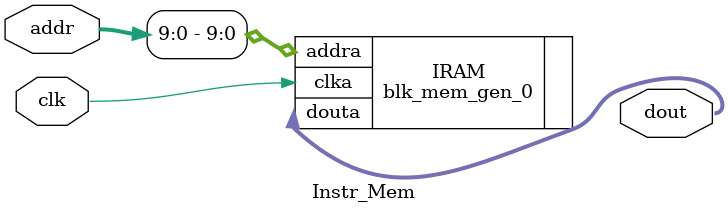
<source format=v>
`timescale 1ns / 1ps


module Instr_Mem(
    input clk,
    input [31:0]addr,
    output [31:0]dout
    );
    blk_mem_gen_0 IRAM(
    .clka(clk),
    .addra(addr[9:0]),
    .douta(dout)
    );
endmodule

</source>
